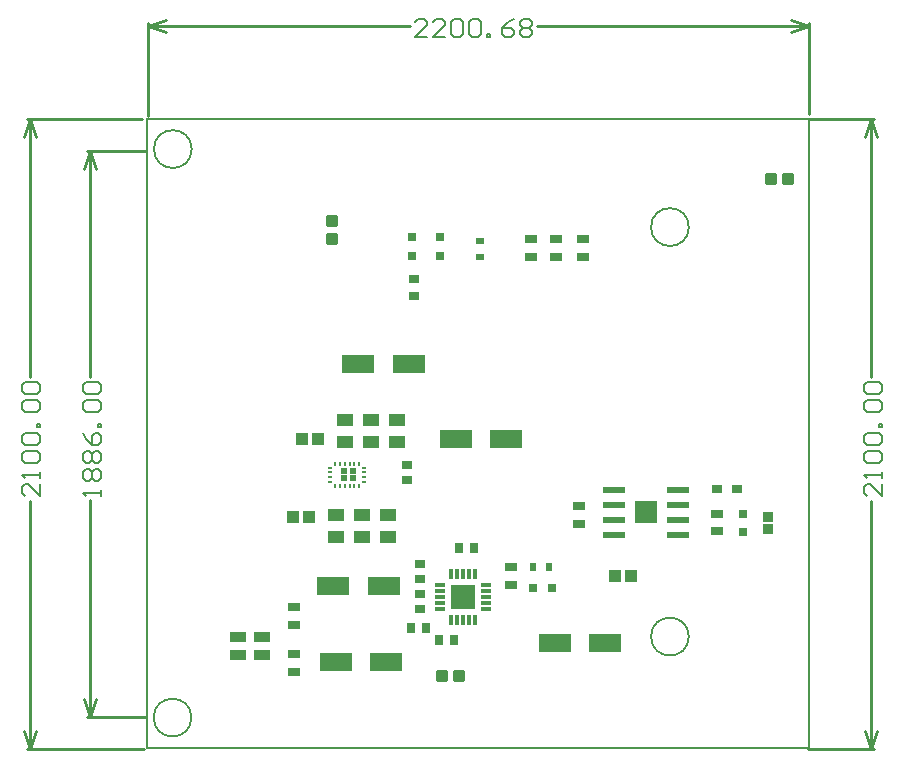
<source format=gtp>
G04*
G04 #@! TF.GenerationSoftware,Altium Limited,Altium Designer,21.9.2 (33)*
G04*
G04 Layer_Color=8421504*
%FSLAX44Y44*%
%MOMM*%
G71*
G04*
G04 #@! TF.SameCoordinates,E2BC6D59-9887-43D7-9D5B-FB48D232BC44*
G04*
G04*
G04 #@! TF.FilePolarity,Positive*
G04*
G01*
G75*
%ADD15C,0.2540*%
%ADD18C,0.1524*%
%ADD19C,0.1270*%
%ADD20R,1.9304X1.9304*%
%ADD21R,1.9500X0.6000*%
%ADD22R,1.0000X0.8000*%
%ADD23R,0.9000X0.8000*%
%ADD24R,0.2100X0.4650*%
%ADD25R,0.3900X0.2100*%
%ADD26R,0.4650X0.2100*%
%ADD27R,0.5000X0.5000*%
%ADD28R,0.6000X0.8000*%
%ADD29R,0.8000X0.6000*%
%ADD30R,1.3500X1.0000*%
%ADD31R,0.9000X0.7000*%
%ADD32R,1.3500X0.9500*%
%ADD33R,2.0000X2.0000*%
%ADD34R,0.8500X0.3000*%
%ADD35R,0.3000X0.8500*%
%ADD36R,0.8000X0.8000*%
%ADD37R,0.7500X0.8000*%
%ADD38R,0.8000X0.8000*%
%ADD39R,0.8000X0.9000*%
%ADD40R,2.8000X1.6000*%
G04:AMPARAMS|DCode=41|XSize=1mm|YSize=1.1mm|CornerRadius=0.25mm|HoleSize=0mm|Usage=FLASHONLY|Rotation=90.000|XOffset=0mm|YOffset=0mm|HoleType=Round|Shape=RoundedRectangle|*
%AMROUNDEDRECTD41*
21,1,1.0000,0.6000,0,0,90.0*
21,1,0.5000,1.1000,0,0,90.0*
1,1,0.5000,0.3000,0.2500*
1,1,0.5000,0.3000,-0.2500*
1,1,0.5000,-0.3000,-0.2500*
1,1,0.5000,-0.3000,0.2500*
%
%ADD41ROUNDEDRECTD41*%
%ADD42R,1.0500X1.0500*%
G04:AMPARAMS|DCode=43|XSize=1mm|YSize=1.1mm|CornerRadius=0.25mm|HoleSize=0mm|Usage=FLASHONLY|Rotation=0.000|XOffset=0mm|YOffset=0mm|HoleType=Round|Shape=RoundedRectangle|*
%AMROUNDEDRECTD43*
21,1,1.0000,0.6000,0,0,0.0*
21,1,0.5000,1.1000,0,0,0.0*
1,1,0.5000,0.2500,-0.3000*
1,1,0.5000,-0.2500,-0.3000*
1,1,0.5000,-0.2500,0.3000*
1,1,0.5000,0.2500,0.3000*
%
%ADD43ROUNDEDRECTD43*%
%ADD44R,0.8121X0.9311*%
%ADD45R,0.7620X0.7620*%
D15*
X584870Y-492414D02*
X589950Y-507654D01*
X595030Y-492414D01*
X589950Y25746D02*
X595030Y10506D01*
X584870D02*
X589950Y25746D01*
Y-507654D02*
Y-297326D01*
Y-192710D02*
Y25746D01*
X536864Y-507654D02*
X592490D01*
X538388Y25746D02*
X592490D01*
X-21682Y104738D02*
X-6442Y109817D01*
X-21682Y104738D02*
X-6442Y99657D01*
X522050D02*
X537290Y104738D01*
X522050Y109817D02*
X537290Y104738D01*
X-21682D02*
X200162D01*
X307318D02*
X537290D01*
X-21682Y28286D02*
Y107277D01*
X537290Y29678D02*
Y107277D01*
X-75946Y-465074D02*
X-70866Y-480314D01*
X-65786Y-465074D01*
X-70866Y-1270D02*
X-65786Y-16510D01*
X-75946D02*
X-70866Y-1270D01*
Y-480314D02*
Y-297164D01*
Y-192548D02*
Y-1270D01*
X-73406Y-480314D02*
X-23620D01*
X-73406Y-1270D02*
X-24382D01*
X-127254Y-492506D02*
X-122174Y-507746D01*
X-117094Y-492506D01*
X-122174Y25654D02*
X-117094Y10414D01*
X-127254D02*
X-122174Y25654D01*
Y-507746D02*
Y-297418D01*
Y-192802D02*
Y25654D01*
X-124714Y-507746D02*
X-25400D01*
X-124714Y25654D02*
X-27178D01*
D18*
X599091Y-283106D02*
Y-293262D01*
X588935Y-283106D01*
X586396D01*
X583857Y-285645D01*
Y-290723D01*
X586396Y-293262D01*
X599091Y-278027D02*
Y-272949D01*
Y-275488D01*
X583857D01*
X586396Y-278027D01*
Y-265331D02*
X583857Y-262792D01*
Y-257714D01*
X586396Y-255175D01*
X596552D01*
X599091Y-257714D01*
Y-262792D01*
X596552Y-265331D01*
X586396D01*
Y-250096D02*
X583857Y-247557D01*
Y-242479D01*
X586396Y-239940D01*
X596552D01*
X599091Y-242479D01*
Y-247557D01*
X596552Y-250096D01*
X586396D01*
X599091Y-234861D02*
X596552D01*
Y-232322D01*
X599091D01*
Y-234861D01*
X586396Y-222165D02*
X583857Y-219626D01*
Y-214548D01*
X586396Y-212009D01*
X596552D01*
X599091Y-214548D01*
Y-219626D01*
X596552Y-222165D01*
X586396D01*
Y-206930D02*
X583857Y-204391D01*
Y-199313D01*
X586396Y-196774D01*
X596552D01*
X599091Y-199313D01*
Y-204391D01*
X596552Y-206930D01*
X586396D01*
X214382Y95596D02*
X204226D01*
X214382Y105753D01*
Y108292D01*
X211843Y110831D01*
X206765D01*
X204226Y108292D01*
X229618Y95596D02*
X219461D01*
X229618Y105753D01*
Y108292D01*
X227078Y110831D01*
X222000D01*
X219461Y108292D01*
X234696D02*
X237235Y110831D01*
X242313D01*
X244853Y108292D01*
Y98135D01*
X242313Y95596D01*
X237235D01*
X234696Y98135D01*
Y108292D01*
X249931D02*
X252470Y110831D01*
X257549D01*
X260088Y108292D01*
Y98135D01*
X257549Y95596D01*
X252470D01*
X249931Y98135D01*
Y108292D01*
X265166Y95596D02*
Y98135D01*
X267705D01*
Y95596D01*
X265166D01*
X288019Y110831D02*
X282940Y108292D01*
X277862Y103214D01*
Y98135D01*
X280401Y95596D01*
X285480D01*
X288019Y98135D01*
Y100674D01*
X285480Y103214D01*
X277862D01*
X293097Y108292D02*
X295636Y110831D01*
X300715D01*
X303254Y108292D01*
Y105753D01*
X300715Y103214D01*
X303254Y100674D01*
Y98135D01*
X300715Y95596D01*
X295636D01*
X293097Y98135D01*
Y100674D01*
X295636Y103214D01*
X293097Y105753D01*
Y108292D01*
X295636Y103214D02*
X300715D01*
X-61725Y-293100D02*
Y-288022D01*
Y-290561D01*
X-76960D01*
X-74420Y-293100D01*
Y-280404D02*
X-76960Y-277865D01*
Y-272787D01*
X-74420Y-270248D01*
X-71881D01*
X-69342Y-272787D01*
X-66803Y-270248D01*
X-64264D01*
X-61725Y-272787D01*
Y-277865D01*
X-64264Y-280404D01*
X-66803D01*
X-69342Y-277865D01*
X-71881Y-280404D01*
X-74420D01*
X-69342Y-277865D02*
Y-272787D01*
X-74420Y-265169D02*
X-76960Y-262630D01*
Y-257552D01*
X-74420Y-255013D01*
X-71881D01*
X-69342Y-257552D01*
X-66803Y-255013D01*
X-64264D01*
X-61725Y-257552D01*
Y-262630D01*
X-64264Y-265169D01*
X-66803D01*
X-69342Y-262630D01*
X-71881Y-265169D01*
X-74420D01*
X-69342Y-262630D02*
Y-257552D01*
X-76960Y-239778D02*
X-74420Y-244856D01*
X-69342Y-249934D01*
X-64264D01*
X-61725Y-247395D01*
Y-242317D01*
X-64264Y-239778D01*
X-66803D01*
X-69342Y-242317D01*
Y-249934D01*
X-61725Y-234699D02*
X-64264D01*
Y-232160D01*
X-61725D01*
Y-234699D01*
X-74420Y-222003D02*
X-76960Y-219464D01*
Y-214386D01*
X-74420Y-211847D01*
X-64264D01*
X-61725Y-214386D01*
Y-219464D01*
X-64264Y-222003D01*
X-74420D01*
Y-206768D02*
X-76960Y-204229D01*
Y-199151D01*
X-74420Y-196612D01*
X-64264D01*
X-61725Y-199151D01*
Y-204229D01*
X-64264Y-206768D01*
X-74420D01*
X-113033Y-283198D02*
Y-293354D01*
X-123189Y-283198D01*
X-125728D01*
X-128267Y-285737D01*
Y-290815D01*
X-125728Y-293354D01*
X-113033Y-278119D02*
Y-273041D01*
Y-275580D01*
X-128267D01*
X-125728Y-278119D01*
Y-265423D02*
X-128267Y-262884D01*
Y-257806D01*
X-125728Y-255267D01*
X-115572D01*
X-113033Y-257806D01*
Y-262884D01*
X-115572Y-265423D01*
X-125728D01*
Y-250188D02*
X-128267Y-247649D01*
Y-242571D01*
X-125728Y-240032D01*
X-115572D01*
X-113033Y-242571D01*
Y-247649D01*
X-115572Y-250188D01*
X-125728D01*
X-113033Y-234953D02*
X-115572D01*
Y-232414D01*
X-113033D01*
Y-234953D01*
X-125728Y-222257D02*
X-128267Y-219718D01*
Y-214640D01*
X-125728Y-212101D01*
X-115572D01*
X-113033Y-214640D01*
Y-219718D01*
X-115572Y-222257D01*
X-125728D01*
Y-207022D02*
X-128267Y-204483D01*
Y-199405D01*
X-125728Y-196866D01*
X-115572D01*
X-113033Y-199405D01*
Y-204483D01*
X-115572Y-207022D01*
X-125728D01*
D19*
X14797Y-480989D02*
G03*
X14797Y-480989I-15999J0D01*
G01*
X15051Y341D02*
G03*
X15051Y341I-15999J0D01*
G01*
X435929Y-65699D02*
G03*
X435929Y-65699I-15999J0D01*
G01*
Y-412409D02*
G03*
X435929Y-412409I-15999J0D01*
G01*
X-22790Y-506897D02*
Y26503D01*
X537290Y-125897D02*
Y26503D01*
Y-506897D02*
Y-125897D01*
X-21680Y26000D02*
X538400D01*
X-22790Y-506897D02*
X537290D01*
D20*
X399876Y-307058D02*
D03*
D21*
X372626Y-326108D02*
D03*
Y-313408D02*
D03*
Y-300708D02*
D03*
Y-288008D02*
D03*
X427126D02*
D03*
Y-300708D02*
D03*
Y-313408D02*
D03*
Y-326108D02*
D03*
D22*
X101252Y-387221D02*
D03*
Y-402221D02*
D03*
X102014Y-427099D02*
D03*
Y-442099D02*
D03*
X285228Y-353693D02*
D03*
Y-368693D02*
D03*
X302745Y-75817D02*
D03*
Y-90817D02*
D03*
X323248D02*
D03*
Y-75817D02*
D03*
X346290D02*
D03*
Y-90817D02*
D03*
X460200Y-323448D02*
D03*
Y-308448D02*
D03*
X343139Y-316695D02*
D03*
Y-301695D02*
D03*
D23*
X208646Y-376232D02*
D03*
Y-388732D02*
D03*
X476987Y-287656D02*
D03*
X459987D02*
D03*
X208646Y-351158D02*
D03*
Y-363658D02*
D03*
X197353Y-279639D02*
D03*
Y-267139D02*
D03*
D24*
X156680Y-266215D02*
D03*
X152680D02*
D03*
X148680D02*
D03*
X144680D02*
D03*
X140680D02*
D03*
X136680D02*
D03*
Y-284564D02*
D03*
X140680D02*
D03*
X144680D02*
D03*
X148680D02*
D03*
X152680D02*
D03*
X156680D02*
D03*
D25*
X132134Y-269393D02*
D03*
X132137Y-281386D02*
D03*
X161222Y-281392D02*
D03*
X161223Y-269388D02*
D03*
D26*
X132506Y-273391D02*
D03*
Y-277391D02*
D03*
X160854Y-277391D02*
D03*
X160858Y-273389D02*
D03*
D27*
X144178Y-272389D02*
D03*
Y-278389D02*
D03*
X151628Y-272389D02*
D03*
Y-278389D02*
D03*
D28*
X304307Y-353531D02*
D03*
X317306D02*
D03*
D29*
X259494Y-77833D02*
D03*
Y-90833D02*
D03*
D30*
X181212Y-309690D02*
D03*
Y-327690D02*
D03*
X159169Y-309690D02*
D03*
Y-327690D02*
D03*
X137127Y-309690D02*
D03*
Y-327690D02*
D03*
X188645Y-247380D02*
D03*
Y-229380D02*
D03*
X166603Y-247380D02*
D03*
Y-229380D02*
D03*
X144560Y-247380D02*
D03*
Y-229380D02*
D03*
D31*
X203026Y-109845D02*
D03*
Y-123845D02*
D03*
D32*
X74328Y-412879D02*
D03*
Y-428379D02*
D03*
X54285Y-412890D02*
D03*
Y-428390D02*
D03*
D33*
X244919Y-378982D02*
D03*
D34*
X225420Y-388982D02*
D03*
Y-383982D02*
D03*
Y-378982D02*
D03*
Y-373982D02*
D03*
Y-368982D02*
D03*
X264419D02*
D03*
Y-373982D02*
D03*
Y-378982D02*
D03*
Y-383982D02*
D03*
Y-388982D02*
D03*
D35*
X234919Y-359482D02*
D03*
X239919D02*
D03*
X244919D02*
D03*
X249919D02*
D03*
X254919D02*
D03*
Y-398482D02*
D03*
X249919D02*
D03*
X244919D02*
D03*
X239919D02*
D03*
X234919D02*
D03*
D36*
X304021Y-371563D02*
D03*
X320020D02*
D03*
D37*
X225640Y-90301D02*
D03*
Y-74301D02*
D03*
D38*
X201836Y-90301D02*
D03*
Y-74301D02*
D03*
D39*
X254060Y-337518D02*
D03*
X241560D02*
D03*
X224494Y-415219D02*
D03*
X236994D02*
D03*
X213340Y-405322D02*
D03*
X200840D02*
D03*
D40*
X179862Y-433984D02*
D03*
X136862D02*
D03*
X177854Y-369321D02*
D03*
X134853D02*
D03*
X281502Y-244861D02*
D03*
X238502D02*
D03*
X155858Y-181615D02*
D03*
X198858D02*
D03*
X365322Y-417581D02*
D03*
X322322D02*
D03*
D41*
X241090Y-445521D02*
D03*
X226589D02*
D03*
X519982Y-24897D02*
D03*
X505481D02*
D03*
D42*
X114334Y-311155D02*
D03*
X100834D02*
D03*
X121768Y-244861D02*
D03*
X108268D02*
D03*
X387126Y-360810D02*
D03*
X373626D02*
D03*
D43*
X134177Y-75458D02*
D03*
Y-60958D02*
D03*
D44*
X503254Y-310797D02*
D03*
Y-321608D02*
D03*
D45*
X481949Y-323568D02*
D03*
Y-308836D02*
D03*
M02*

</source>
